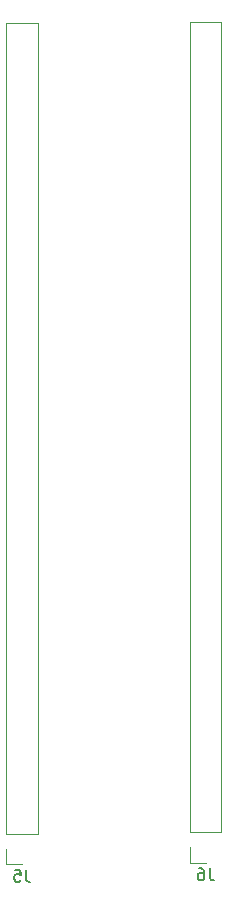
<source format=gbr>
%TF.GenerationSoftware,KiCad,Pcbnew,(5.0.1)-4*%
%TF.CreationDate,2019-03-02T14:56:48-06:00*%
%TF.ProjectId,uC and Xbee,754320616E6420586265652E6B696361,rev?*%
%TF.SameCoordinates,Original*%
%TF.FileFunction,Legend,Bot*%
%TF.FilePolarity,Positive*%
%FSLAX46Y46*%
G04 Gerber Fmt 4.6, Leading zero omitted, Abs format (unit mm)*
G04 Created by KiCad (PCBNEW (5.0.1)-4) date 2019-03-02 2:56:48 PM*
%MOMM*%
%LPD*%
G01*
G04 APERTURE LIST*
%ADD10C,0.120000*%
%ADD11C,0.150000*%
G04 APERTURE END LIST*
D10*
X145670000Y-125910000D02*
X147000000Y-125910000D01*
X145670000Y-124580000D02*
X145670000Y-125910000D01*
X145670000Y-123310000D02*
X148330000Y-123310000D01*
X148330000Y-123310000D02*
X148330000Y-54670000D01*
X145670000Y-123310000D02*
X145670000Y-54670000D01*
X145670000Y-54670000D02*
X148330000Y-54670000D01*
X161230000Y-54550000D02*
X163890000Y-54550000D01*
X161230000Y-123190000D02*
X161230000Y-54550000D01*
X163890000Y-123190000D02*
X163890000Y-54550000D01*
X161230000Y-123190000D02*
X163890000Y-123190000D01*
X161230000Y-124460000D02*
X161230000Y-125790000D01*
X161230000Y-125790000D02*
X162560000Y-125790000D01*
D11*
X147333333Y-126362380D02*
X147333333Y-127076666D01*
X147380952Y-127219523D01*
X147476190Y-127314761D01*
X147619047Y-127362380D01*
X147714285Y-127362380D01*
X146380952Y-126362380D02*
X146857142Y-126362380D01*
X146904761Y-126838571D01*
X146857142Y-126790952D01*
X146761904Y-126743333D01*
X146523809Y-126743333D01*
X146428571Y-126790952D01*
X146380952Y-126838571D01*
X146333333Y-126933809D01*
X146333333Y-127171904D01*
X146380952Y-127267142D01*
X146428571Y-127314761D01*
X146523809Y-127362380D01*
X146761904Y-127362380D01*
X146857142Y-127314761D01*
X146904761Y-127267142D01*
X162893333Y-126242380D02*
X162893333Y-126956666D01*
X162940952Y-127099523D01*
X163036190Y-127194761D01*
X163179047Y-127242380D01*
X163274285Y-127242380D01*
X161988571Y-126242380D02*
X162179047Y-126242380D01*
X162274285Y-126290000D01*
X162321904Y-126337619D01*
X162417142Y-126480476D01*
X162464761Y-126670952D01*
X162464761Y-127051904D01*
X162417142Y-127147142D01*
X162369523Y-127194761D01*
X162274285Y-127242380D01*
X162083809Y-127242380D01*
X161988571Y-127194761D01*
X161940952Y-127147142D01*
X161893333Y-127051904D01*
X161893333Y-126813809D01*
X161940952Y-126718571D01*
X161988571Y-126670952D01*
X162083809Y-126623333D01*
X162274285Y-126623333D01*
X162369523Y-126670952D01*
X162417142Y-126718571D01*
X162464761Y-126813809D01*
M02*

</source>
